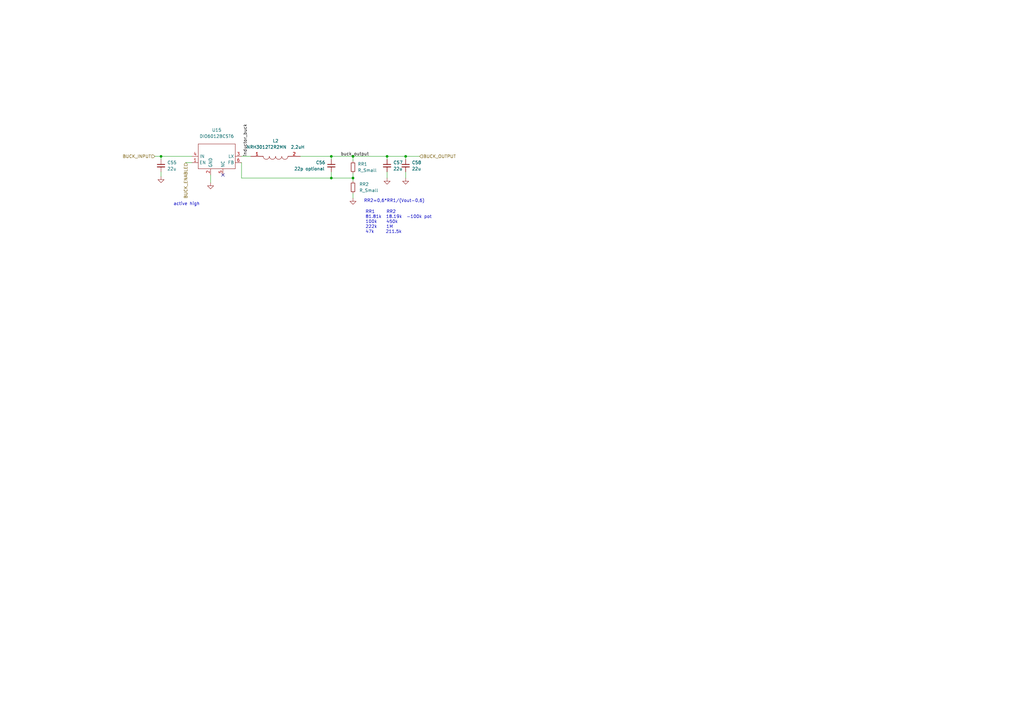
<source format=kicad_sch>
(kicad_sch (version 20211123) (generator eeschema)
  (paper "A3")
  (lib_symbols
    (symbol "Device:C_Small" (pin_numbers hide) (pin_names (offset 0.254) hide)
      (property "Reference" "C" (at 0.254 1.778 0))
      (property "Value" "C_Small" (at 0.254 -2.032 0))
      (symbol "C_Small_0_1"
        (polyline (pts (xy -1.524 -0.508) (xy 1.524 -0.508)) (stroke (width 0.3302)))
        (polyline (pts (xy -1.524 0.508) (xy 1.524 0.508)) (stroke (width 0.3048)))
      )
      (symbol "C_Small_1_1"
        (pin passive line (at 0 2.54 270) (length 2.032) (name "~") (number "1"))
        (pin passive line (at 0 -2.54 90) (length 2.032) (name "~") (number "2"))
      )
    )
    (symbol "Device:R_Small" (pin_numbers hide) (pin_names (offset 0.254) hide)
      (property "Reference" "R" (at 0.762 0.508 0))
      (property "Value" "R_Small" (at 0.762 -1.016 0))
      (symbol "R_Small_0_1"
        (rectangle (start -0.762 1.778) (end 0.762 -1.778) (stroke (width 0.2032)))
      )
      (symbol "R_Small_1_1"
        (pin passive line (at 0 2.54 270) (length 0.762) (name "~") (number "1"))
        (pin passive line (at 0 -2.54 90) (length 0.762) (name "~") (number "2"))
      )
    )
    (symbol "My_custom_lib:DIO6012BCST6"
      (property "Reference" "U" (at 0 6.35 0))
      (property "Value" "DIO6012BCST6" (at 0 3.81 0))
      (symbol "DIO6012BCST6_0_1"
        (rectangle (start -7.62 -5.08) (end 7.62 5.08))
      )
      (symbol "DIO6012BCST6_1_1"
        (pin input line (at -10.16 -2.54 0) (length 2.54) (name "EN") (number "1"))
        (pin output line (at -2.54 -7.62 90) (length 2.54) (name "GND") (number "2"))
        (pin output line (at 10.16 0 180) (length 2.54) (name "LX") (number "3"))
        (pin input line (at -10.16 0 0) (length 2.54) (name "IN") (number "4"))
        (pin output line (at 2.54 -7.62 90) (length 2.54) (name "NC") (number "5"))
        (pin input line (at 10.16 -2.54 180) (length 2.54) (name "FB") (number "6"))
      )
    )
    (symbol "SamacSys_Parts:NRH3012T2R2MN" (pin_names (offset 0.762))
      (property "Reference" "L" (at 16.51 6.35 0))
      (property "Value" "NRH3012T2R2MN" (at 16.51 3.81 0))
      (symbol "NRH3012T2R2MN_0_0"
        (pin passive line (at 0 0 0) (length 5.08) (name "~") (number "1"))
        (pin passive line (at 20.32 0 180) (length 5.08) (name "~") (number "2"))
      )
      (symbol "NRH3012T2R2MN_0_1"
        (arc (start 5.08 0) (mid 6.35 -1.3218) (end 7.62 0) (stroke (width 0.1524)))
        (arc (start 7.62 0) (mid 8.89 -1.3218) (end 10.16 0) (stroke (width 0.1524)))
        (arc (start 10.16 0) (mid 11.43 -1.3218) (end 12.7 0) (stroke (width 0.1524)))
        (arc (start 12.7 0) (mid 13.97 -1.3218) (end 15.24 0) (stroke (width 0.1524)))
      )
    )
    (symbol "power:GND" (power) (pin_names (offset 0))
      (property "Value" "GND" (at 0 -3.81 0))
      (symbol "GND_0_1"
        (polyline (pts (xy 0 0) (xy 0 -1.27) (xy 1.27 -1.27) (xy 0 -2.54) (xy -1.27 -1.27) (xy 0 -1.27)))
      )
      (symbol "GND_1_1"
        (pin power_in line (at 0 0 270) (length 0) hide (name "GND") (number "1"))
      )
    )
  )
  (junction (at 158.75 64.135))
  (junction (at 166.37 64.135))
  (junction (at 144.78 64.135))
  (junction (at 66.04 64.135))
  (junction (at 135.89 73.025))
  (junction (at 135.89 64.135))
  (junction (at 144.78 73.025))
  (no_connect (at 91.44 71.755))
  (wire (pts (xy 99.06 66.675) (xy 99.06 73.025)))
  (wire (pts (xy 158.75 64.135) (xy 158.75 65.405)))
  (wire (pts (xy 66.04 70.485) (xy 66.04 72.39)))
  (wire (pts (xy 166.37 64.135) (xy 166.37 65.405)))
  (wire (pts (xy 144.78 79.375) (xy 144.78 81.28)))
  (wire (pts (xy 66.04 64.135) (xy 78.74 64.135)))
  (wire (pts (xy 86.36 71.755) (xy 86.36 74.93)))
  (wire (pts (xy 135.89 73.025) (xy 144.78 73.025)))
  (wire (pts (xy 166.37 70.485) (xy 166.37 73.025)))
  (wire (pts (xy 166.37 64.135) (xy 172.085 64.135)))
  (wire (pts (xy 144.78 71.12) (xy 144.78 73.025)))
  (wire (pts (xy 158.75 70.485) (xy 158.75 73.025)))
  (wire (pts (xy 99.06 73.025) (xy 135.89 73.025)))
  (wire (pts (xy 76.2 66.675) (xy 78.74 66.675)))
  (wire (pts (xy 144.78 64.135) (xy 158.75 64.135)))
  (wire (pts (xy 144.78 64.135) (xy 144.78 66.04)))
  (wire (pts (xy 135.89 64.135) (xy 135.89 65.405)))
  (wire (pts (xy 135.89 70.485) (xy 135.89 73.025)))
  (wire (pts (xy 63.5 64.135) (xy 66.04 64.135)))
  (wire (pts (xy 123.19 64.135) (xy 135.89 64.135)))
  (wire (pts (xy 158.75 64.135) (xy 166.37 64.135)))
  (wire (pts (xy 135.89 64.135) (xy 144.78 64.135)))
  (wire (pts (xy 99.06 64.135) (xy 102.87 64.135)))
  (wire (pts (xy 66.04 64.135) (xy 66.04 65.405)))
  (wire (pts (xy 144.78 73.025) (xy 144.78 74.295)))
  (text "RR1     RR2\n81.81k  18.19k  -100k pot\n100k    450k\n222k    1M\n47k     211.5k" (at 149.86 95.885 0) (effects (font (size 1.27 1.27)) (justify left bottom)))
  (text "RR2=0,6*RR1/(Vout-0,6)" (at 149.225 83.185 0) (effects (font (size 1.27 1.27)) (justify left bottom)))
  (text "active high" (at 71.12 84.455 0) (effects (font (size 1.27 1.27)) (justify left bottom)))
  (label "inductor_buck" (at 101.6 64.135 90))
  (label "buck_output" (at 139.7 64.135 0))
  (hierarchical_label "BUCK_INPUT" (shape input) (at 63.5 64.135 180))
  (hierarchical_label "BUCK_OUTPUT" (shape input) (at 172.085 64.135 0))
  (hierarchical_label "BUCK_ENABLE" (shape input) (at 76.2 66.675 270))
  (symbol (lib_id "Device:C_Small") (at 135.89 67.945 0) (unit 1)
    (property "Reference" "C56" (at 129.54 66.675 0) (effects (justify left)))
    (property "Value" "22p optional" (at 120.65 69.215 0) (effects (justify left)))
    (property "Footprint" "Capacitor_SMD:C_0603_1608Metric_Pad1.08x0.95mm_HandSolder" (effects hide))
  )
  (symbol (lib_id "power:GND") (at 66.04 72.39 0) (unit 1)
    (property "Reference" "#PWR0104" (effects hide))
    (property "Value" "GND" (effects hide))
  )
  (symbol (lib_id "power:GND") (at 86.36 74.93 0) (unit 1)
    (property "Reference" "#PWR0105" (effects hide))
    (property "Value" "GND" (effects hide))
  )
  (symbol (lib_id "Device:R_Small") (at 144.78 76.835 0) (unit 1)
    (property "Reference" "RR2" (at 147.32 75.5649 0) (effects (justify left)))
    (property "Value" "R_Small" (at 147.32 78.1049 0) (effects (justify left)))
    (property "Footprint" "Resistor_THT:R_Axial_DIN0204_L3.6mm_D1.6mm_P5.08mm_Horizontal" (effects hide))
  )
  (symbol (lib_id "My_custom_lib:DIO6012BCST6") (at 88.9 64.135 0) (unit 1)
    (property "Reference" "U15" (at 88.9 53.34 0))
    (property "Value" "DIO6012BCST6" (at 88.9 55.88 0))
    (property "Footprint" "Package_TO_SOT_SMD:SOT-23-6_Handsoldering" (effects hide))
    (property "Datasheet" "https://ro.mouser.com/datasheet/2/802/dimi_s_a0009242596_1-2295138.pdf" (effects hide))
  )
  (symbol (lib_id "Device:R_Small") (at 144.78 68.58 0) (unit 1)
    (property "Reference" "RR1" (at 146.685 67.3099 0) (effects (justify left)))
    (property "Value" "R_Small" (at 146.685 69.8499 0) (effects (justify left)))
    (property "Footprint" "Resistor_THT:R_Axial_DIN0204_L3.6mm_D1.6mm_P5.08mm_Horizontal" (effects hide))
  )
  (symbol (lib_id "Device:C_Small") (at 158.75 67.945 0) (unit 1)
    (property "Reference" "C57" (at 161.29 66.6812 0) (effects (justify left)))
    (property "Value" "22u" (at 161.29 69.2212 0) (effects (justify left)))
    (property "Footprint" "Capacitor_THT:CP_Radial_D5.0mm_P2.00mm" (effects hide))
  )
  (symbol (lib_id "Device:C_Small") (at 66.04 67.945 0) (unit 1)
    (property "Reference" "C55" (at 68.58 66.6812 0) (effects (justify left)))
    (property "Value" "22u" (at 68.58 69.2212 0) (effects (justify left)))
    (property "Footprint" "Capacitor_THT:CP_Radial_D5.0mm_P2.00mm" (effects hide))
  )
  (symbol (lib_id "power:GND") (at 144.78 81.28 0) (unit 1)
    (property "Reference" "#PWR0106" (effects hide))
    (property "Value" "GND" (effects hide))
  )
  (symbol (lib_id "Device:C_Small") (at 166.37 67.945 0) (unit 1)
    (property "Reference" "C58" (at 168.91 66.6812 0) (effects (justify left)))
    (property "Value" "22u" (at 168.91 69.2212 0) (effects (justify left)))
    (property "Footprint" "Capacitor_THT:CP_Radial_D5.0mm_P2.00mm" (effects hide))
  )
  (symbol (lib_id "power:GND") (at 158.75 73.025 0) (unit 1)
    (property "Reference" "#PWR0107" (effects hide))
    (property "Value" "GND" (effects hide))
  )
  (symbol (lib_id "SamacSys_Parts:NRH3012T2R2MN") (at 102.87 64.135 0) (unit 1)
    (property "Reference" "L2" (at 113.03 57.785 0))
    (property "Value" "NRH3012T2R2MN  2,2uH" (at 113.03 60.325 0))
    (property "Footprint" "SamacSys_Parts:NRH3012T220MNV" (effects hide))
    (property "Datasheet" "https://componentsearchengine.com/Datasheets/5/NRH3012T220MNV.pdf" (effects hide))
    (property "Description" "Taiyo Yuden, NRH, 3012 Shielded Wire-wound SMD Inductor with a Ferrite Core, 2.2 uH +/-20% Wire-Wound 1.5A Idc" (effects hide))
    (property "Height" "1.2" (effects hide))
    (property "Mouser Part Number" "963-NRH3012T2R2MN" (effects hide))
    (property "Mouser Price/Stock" "https://www.mouser.co.uk/ProductDetail/Taiyo-Yuden/NRH3012T2R2MN?qs=PzICbMaShUdBRElLTKVG3Q%3D%3D" (effects hide))
    (property "Manufacturer_Name" "TAIYO YUDEN" (effects hide))
    (property "Manufacturer_Part_Number" "NRH3012T2R2MN" (effects hide))
  )
  (symbol (lib_id "power:GND") (at 166.37 73.025 0) (unit 1)
    (property "Reference" "#PWR0108" (effects hide))
    (property "Value" "GND" (effects hide))
  )
)
</source>
